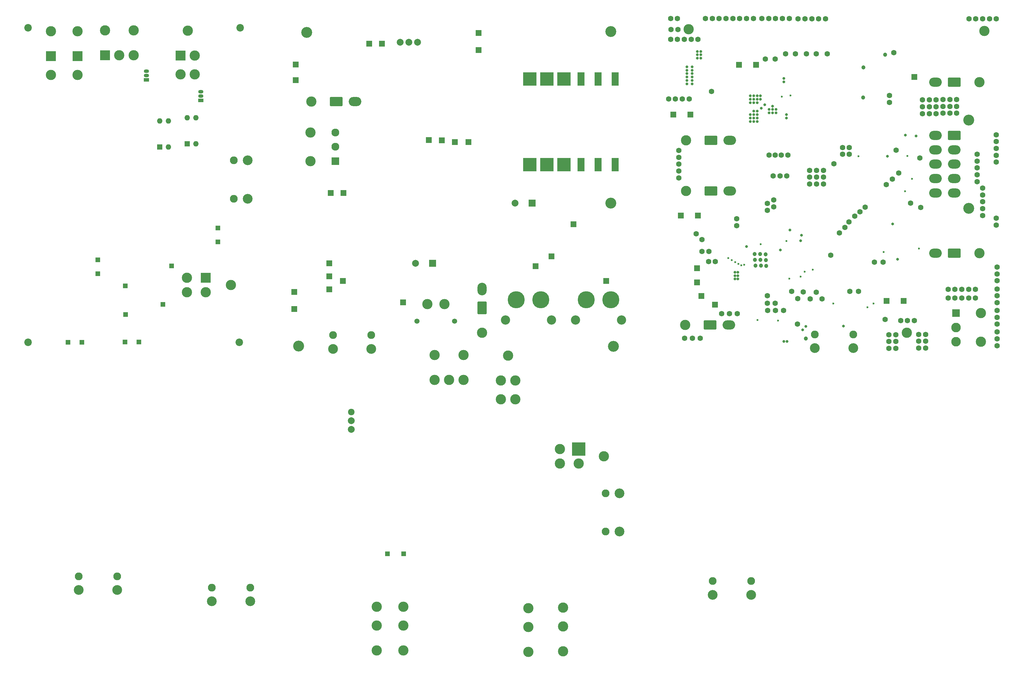
<source format=gbr>
%TF.GenerationSoftware,KiCad,Pcbnew,8.0.0*%
%TF.CreationDate,2024-03-30T18:44:18+01:00*%
%TF.ProjectId,schematic-main _ kopia,73636865-6d61-4746-9963-2d6d61696e20,rev?*%
%TF.SameCoordinates,Original*%
%TF.FileFunction,Soldermask,Bot*%
%TF.FilePolarity,Negative*%
%FSLAX46Y46*%
G04 Gerber Fmt 4.6, Leading zero omitted, Abs format (unit mm)*
G04 Created by KiCad (PCBNEW 8.0.0) date 2024-03-30 18:44:18*
%MOMM*%
%LPD*%
G01*
G04 APERTURE LIST*
G04 Aperture macros list*
%AMRoundRect*
0 Rectangle with rounded corners*
0 $1 Rounding radius*
0 $2 $3 $4 $5 $6 $7 $8 $9 X,Y pos of 4 corners*
0 Add a 4 corners polygon primitive as box body*
4,1,4,$2,$3,$4,$5,$6,$7,$8,$9,$2,$3,0*
0 Add four circle primitives for the rounded corners*
1,1,$1+$1,$2,$3*
1,1,$1+$1,$4,$5*
1,1,$1+$1,$6,$7*
1,1,$1+$1,$8,$9*
0 Add four rect primitives between the rounded corners*
20,1,$1+$1,$2,$3,$4,$5,0*
20,1,$1+$1,$4,$5,$6,$7,0*
20,1,$1+$1,$6,$7,$8,$9,0*
20,1,$1+$1,$8,$9,$2,$3,0*%
G04 Aperture macros list end*
%ADD10C,2.280000*%
%ADD11C,2.850000*%
%ADD12C,3.000000*%
%ADD13C,2.000000*%
%ADD14C,1.920000*%
%ADD15C,3.200000*%
%ADD16R,1.350000X1.350000*%
%ADD17R,4.000000X4.000000*%
%ADD18R,1.600000X1.600000*%
%ADD19O,1.600000X1.600000*%
%ADD20R,3.000000X3.000000*%
%ADD21C,2.200000*%
%ADD22R,1.500000X1.050000*%
%ADD23O,1.500000X1.050000*%
%ADD24R,1.700000X1.700000*%
%ADD25RoundRect,0.250001X1.099999X1.599999X-1.099999X1.599999X-1.099999X-1.599999X1.099999X-1.599999X0*%
%ADD26O,2.700000X3.700000*%
%ADD27R,2.000000X4.000000*%
%ADD28C,1.500000*%
%ADD29R,2.000000X2.000000*%
%ADD30RoundRect,0.250001X1.599999X-1.099999X1.599999X1.099999X-1.599999X1.099999X-1.599999X-1.099999X0*%
%ADD31O,3.700000X2.700000*%
%ADD32R,2.300000X2.300000*%
%ADD33C,2.300000*%
%ADD34C,5.000000*%
%ADD35C,2.700000*%
%ADD36RoundRect,0.250001X-1.599999X1.099999X-1.599999X-1.099999X1.599999X-1.099999X1.599999X1.099999X0*%
%ADD37C,2.800000*%
%ADD38C,0.800000*%
%ADD39C,1.600000*%
%ADD40C,1.200000*%
%ADD41C,0.600000*%
G04 APERTURE END LIST*
D10*
%TO.C,P1*%
X-41020000Y-183900000D03*
D11*
X-41020000Y-187900000D03*
D10*
X-29780000Y-183900000D03*
D11*
X-29780000Y-187900000D03*
%TD*%
D10*
%TO.C,P1*%
X-80020000Y-180600000D03*
D11*
X-80020000Y-184600000D03*
D10*
X-68780000Y-180600000D03*
D11*
X-68780000Y-184600000D03*
%TD*%
D12*
%TO.C,J10*%
X15000000Y-202325000D03*
X15000000Y-195025000D03*
X15000000Y-189525000D03*
%TD*%
%TO.C,J8*%
X51600000Y-202700000D03*
X51600000Y-195400000D03*
X51600000Y-189900000D03*
%TD*%
%TO.C,J4*%
X45634250Y-116021900D03*
X43534250Y-123321900D03*
X47734250Y-123321900D03*
X43534250Y-128821900D03*
X47734250Y-128821900D03*
%TD*%
%TO.C,J9*%
X61750000Y-202578100D03*
X61750000Y-195278100D03*
X61750000Y-189778100D03*
%TD*%
%TO.C,J2*%
X32568500Y-115834800D03*
X24168500Y-115834800D03*
X24168500Y-123134800D03*
X28368500Y-123134800D03*
X32568500Y-123134800D03*
%TD*%
%TO.C,J1*%
X7200000Y-202325000D03*
X7200000Y-195025000D03*
X7200000Y-189525000D03*
%TD*%
D13*
%TO.C,PS1*%
X-218000Y-137615802D03*
X-218000Y-135075802D03*
D14*
X-218000Y-132535802D03*
%TD*%
D15*
%TO.C,H1*%
X-15700000Y-113200000D03*
%TD*%
D16*
%TO.C,TP8*%
X10300000Y-174000000D03*
%TD*%
D12*
%TO.C,J3*%
X73628100Y-145484250D03*
D17*
X66328100Y-143384250D03*
D12*
X66328100Y-147584250D03*
X60828100Y-143384250D03*
X60828100Y-147584250D03*
%TD*%
D10*
%TO.C,P1*%
X74200000Y-167520000D03*
D11*
X78200000Y-167520000D03*
D10*
X74200000Y-156280000D03*
D11*
X78200000Y-156280000D03*
%TD*%
D16*
%TO.C,TP7*%
X15050000Y-174000000D03*
%TD*%
D15*
%TO.C,H4*%
X76500000Y-113300000D03*
%TD*%
D10*
%TO.C,P1*%
X105480000Y-182000000D03*
D11*
X105480000Y-186000000D03*
D10*
X116720000Y-182000000D03*
D11*
X116720000Y-186000000D03*
%TD*%
D18*
%TO.C,U6*%
X-48275000Y-54050000D03*
D19*
X-45735000Y-54050000D03*
X-45735000Y-46430000D03*
X-48275000Y-46430000D03*
%TD*%
D12*
%TO.C,J6*%
X-48115750Y-20921900D03*
D20*
X-50215750Y-28221900D03*
D12*
X-46015750Y-28221900D03*
X-50215750Y-33721900D03*
X-46015750Y-33721900D03*
%TD*%
D10*
%TO.C,P1*%
X-34600000Y-70120000D03*
D11*
X-30600000Y-70120000D03*
D10*
X-34600000Y-58880000D03*
D11*
X-30600000Y-58880000D03*
%TD*%
D16*
%TO.C,TP3*%
X-66450000Y-112000000D03*
%TD*%
%TO.C,TP6*%
X-74400000Y-92025000D03*
%TD*%
D21*
%TO.C,H4*%
X-32800000Y-20100000D03*
%TD*%
%TO.C,H2*%
X-94800000Y-112100000D03*
%TD*%
D18*
%TO.C,U7*%
X-56325000Y-54950000D03*
D19*
X-53785000Y-54950000D03*
X-53785000Y-47330000D03*
X-56325000Y-47330000D03*
%TD*%
D16*
%TO.C,TP1*%
X-83100000Y-112100000D03*
%TD*%
D12*
%TO.C,J4*%
X-80315750Y-21121900D03*
D20*
X-80315750Y-28421900D03*
D12*
X-80315750Y-33921900D03*
%TD*%
D16*
%TO.C,TP4*%
X-62400000Y-112000000D03*
%TD*%
%TO.C,TP2*%
X-79050000Y-112100000D03*
%TD*%
D21*
%TO.C,H3*%
X-33000000Y-112100000D03*
%TD*%
D16*
%TO.C,TP5*%
X-74400000Y-87975000D03*
%TD*%
%TO.C,TP11*%
X-52850000Y-89750000D03*
%TD*%
D12*
%TO.C,J3*%
X-63915750Y-20812900D03*
X-72315750Y-20812900D03*
D20*
X-72315750Y-28112900D03*
D12*
X-68115750Y-28112900D03*
X-63915750Y-28112900D03*
%TD*%
D16*
%TO.C,TP10*%
X-66300000Y-104000000D03*
%TD*%
D21*
%TO.C,H1*%
X-94800000Y-20100000D03*
%TD*%
D12*
%TO.C,J2*%
X-35500000Y-95350000D03*
D20*
X-42800000Y-93250000D03*
D12*
X-42800000Y-97450000D03*
X-48300000Y-93250000D03*
X-48300000Y-97450000D03*
%TD*%
D16*
%TO.C,TP8*%
X-39300000Y-78700000D03*
%TD*%
D22*
%TO.C,Q1*%
X-44290000Y-41320000D03*
D23*
X-44290000Y-40050000D03*
X-44290000Y-38780000D03*
%TD*%
D16*
%TO.C,TP7*%
X-39300000Y-82750000D03*
%TD*%
%TO.C,TP11*%
X-55400000Y-101000000D03*
%TD*%
D22*
%TO.C,Q2*%
X-60200000Y-35350000D03*
D23*
X-60200000Y-34080000D03*
X-60200000Y-32810000D03*
%TD*%
D12*
%TO.C,J1*%
X-88115750Y-21121900D03*
D20*
X-88115750Y-28421900D03*
D12*
X-88115750Y-33921900D03*
%TD*%
D16*
%TO.C,TP9*%
X-66380000Y-95620000D03*
%TD*%
D24*
%TO.C,TP2*%
X-2500000Y-68400000D03*
%TD*%
%TO.C,I/O1*%
X-6700000Y-89000000D03*
%TD*%
%TO.C,TP21*%
X30100000Y-53500000D03*
%TD*%
D12*
%TO.C,J4*%
X38012500Y-109300000D03*
D25*
X38012500Y-102000000D03*
D26*
X38012500Y-96500000D03*
%TD*%
D27*
%TO.C,L3*%
X77000000Y-35100000D03*
X72000000Y-35100000D03*
X67000000Y-35100000D03*
D17*
X62000000Y-35100000D03*
X57000000Y-35100000D03*
X52000000Y-35100000D03*
D27*
X77000000Y-60100000D03*
X72000000Y-60100000D03*
X67000000Y-60100000D03*
D17*
X62000000Y-60100000D03*
X57000000Y-60100000D03*
X52000000Y-60100000D03*
%TD*%
D15*
%TO.C,REF\u002A\u002A*%
X-13300000Y-21400000D03*
%TD*%
D24*
%TO.C,12V*%
X5000000Y-24700000D03*
%TD*%
D28*
%TO.C,J3*%
X30000000Y-105937500D03*
D12*
X27000000Y-100937500D03*
D28*
X19000000Y-105937500D03*
D12*
X22000000Y-100937500D03*
%TD*%
D24*
%TO.C,SC_C*%
X58300000Y-87000000D03*
%TD*%
%TO.C,TP_FC*%
X14900000Y-100400000D03*
%TD*%
%TO.C,I/O2*%
X-6700000Y-92800000D03*
%TD*%
%TO.C,3.3V*%
X-16500000Y-30800000D03*
%TD*%
%TO.C,MC_C*%
X64800000Y-77600000D03*
%TD*%
%TO.C,TP18*%
X26250000Y-53000000D03*
%TD*%
D10*
%TO.C,P1*%
X-5620000Y-110040000D03*
D11*
X-5620000Y-114040000D03*
D10*
X5620000Y-110040000D03*
D11*
X5620000Y-114040000D03*
%TD*%
D29*
%TO.C,C32*%
X23567677Y-89000000D03*
D13*
X18567677Y-89000000D03*
%TD*%
D24*
%TO.C,FC_C*%
X53700000Y-89875000D03*
%TD*%
D12*
%TO.C,J1*%
X-11925000Y-41700000D03*
D30*
X-4625000Y-41700000D03*
D31*
X875000Y-41700000D03*
%TD*%
D24*
%TO.C,TP8*%
X-16500000Y-35400000D03*
%TD*%
%TO.C,TP1*%
X-6300000Y-68400000D03*
%TD*%
D12*
%TO.C,J2*%
X-12187100Y-50715750D03*
X-12187100Y-59115750D03*
D32*
X-4887100Y-59115750D03*
D33*
X-4887100Y-54915750D03*
X-4887100Y-50715750D03*
%TD*%
D15*
%TO.C,REF\u002A\u002A*%
X75700000Y-21200000D03*
%TD*%
D24*
%TO.C,5V*%
X37000000Y-21600000D03*
%TD*%
D34*
%TO.C,J5*%
X55200000Y-99637500D03*
D35*
X58350000Y-105637500D03*
D34*
X48000000Y-99637500D03*
D35*
X44850000Y-105637500D03*
%TD*%
D24*
%TO.C,TP17*%
X22450000Y-52950000D03*
%TD*%
%TO.C,I/O4*%
X-2700000Y-94200000D03*
%TD*%
%TO.C,D_Pot_A*%
X-16900000Y-102400000D03*
%TD*%
%TO.C,D_P_W*%
X-16900000Y-97400000D03*
%TD*%
%TO.C,TP3*%
X8700000Y-24700000D03*
%TD*%
%TO.C,TP22*%
X34000000Y-53500000D03*
%TD*%
D34*
%TO.C,J6*%
X75700000Y-99637500D03*
D35*
X78850000Y-105637500D03*
D34*
X68500000Y-99637500D03*
D35*
X65350000Y-105637500D03*
%TD*%
D24*
%TO.C,TP_SC*%
X74300000Y-94200000D03*
%TD*%
D15*
%TO.C,REF\u002A\u002A*%
X75700000Y-71400000D03*
%TD*%
D13*
%TO.C,PS1*%
X14060000Y-24300000D03*
X16600000Y-24300000D03*
X19140000Y-24300000D03*
%TD*%
D24*
%TO.C,I/O3*%
X-6700000Y-96600000D03*
%TD*%
%TO.C,TP5*%
X37000000Y-26600000D03*
%TD*%
D29*
%TO.C,C45*%
X52667677Y-71400000D03*
D13*
X47667677Y-71400000D03*
%TD*%
D24*
%TO.C,TP9*%
X156400000Y-100000000D03*
%TD*%
D12*
%TO.C,J2*%
X97475000Y-107000000D03*
D30*
X104775000Y-107000000D03*
D31*
X110275000Y-107000000D03*
%TD*%
D24*
%TO.C,TP7*%
X94000000Y-45500000D03*
%TD*%
D12*
%TO.C,J1*%
X183525000Y-36000000D03*
D36*
X176225000Y-36000000D03*
D31*
X170725000Y-36000000D03*
%TD*%
D24*
%TO.C,TP1*%
X100900000Y-90400000D03*
%TD*%
D12*
%TO.C,J4*%
X97700000Y-53000000D03*
D30*
X105000000Y-53000000D03*
D31*
X110500000Y-53000000D03*
%TD*%
D24*
%TO.C,TP8*%
X161400000Y-100000000D03*
%TD*%
%TO.C,TP6*%
X99000000Y-45500000D03*
%TD*%
%TO.C,TP13*%
X106200000Y-101100000D03*
%TD*%
D12*
%TO.C,REF\u002A\u002A*%
X98500000Y-20500000D03*
%TD*%
D24*
%TO.C,TP5*%
X113200000Y-30900000D03*
%TD*%
%TO.C,TP1*%
X164500000Y-34500000D03*
%TD*%
D12*
%TO.C,J5*%
X183525000Y-86000000D03*
D36*
X176225000Y-86000000D03*
D31*
X170725000Y-86000000D03*
%TD*%
D24*
%TO.C,TP4*%
X118200000Y-30900000D03*
%TD*%
D12*
%TO.C,J6*%
X97700000Y-67800000D03*
D30*
X105000000Y-67800000D03*
D31*
X110500000Y-67800000D03*
%TD*%
D24*
%TO.C,TP3*%
X101200000Y-75000000D03*
%TD*%
D12*
%TO.C,REF\u002A\u002A*%
X185000000Y-21000000D03*
%TD*%
D10*
%TO.C,P1*%
X135380000Y-109800000D03*
D11*
X135380000Y-113800000D03*
D10*
X146620000Y-109800000D03*
D11*
X146620000Y-113800000D03*
%TD*%
D12*
%TO.C,J3*%
X183987100Y-111984250D03*
X183987100Y-103584250D03*
D32*
X176687100Y-103584250D03*
D37*
X176687100Y-107784250D03*
X176687100Y-111984250D03*
%TD*%
D15*
%TO.C,J7*%
X180425000Y-47100000D03*
X180425000Y-72900000D03*
D36*
X176225000Y-51600000D03*
D31*
X176225000Y-55800000D03*
X176225000Y-60000000D03*
X176225000Y-64200000D03*
X176225000Y-68400000D03*
X170725000Y-51600000D03*
X170725000Y-55800000D03*
X170725000Y-60000000D03*
X170725000Y-64200000D03*
X170725000Y-68400000D03*
%TD*%
D12*
%TO.C,REF\u002A\u002A*%
X162300000Y-109300000D03*
%TD*%
D24*
%TO.C,TP2*%
X100900000Y-94600000D03*
%TD*%
%TO.C,TP2*%
X96200000Y-75000000D03*
%TD*%
%TO.C,TP12*%
X102200000Y-98600000D03*
%TD*%
D38*
X119700000Y-43600000D03*
X112000000Y-91650000D03*
D39*
X112700000Y-103700000D03*
X115400000Y-17400000D03*
X166900000Y-45200000D03*
X159100000Y-109900000D03*
X136500000Y-17500000D03*
X125900000Y-17400000D03*
X184500000Y-17500000D03*
X182400000Y-96600000D03*
X134000000Y-99400000D03*
X121500000Y-98500000D03*
D40*
X117800000Y-86300000D03*
D39*
X157100000Y-109900000D03*
X111400000Y-17400000D03*
X142600000Y-80100000D03*
X107400000Y-17400000D03*
X93200000Y-23500000D03*
X166900000Y-41200000D03*
X159100000Y-113900000D03*
X182500000Y-17500000D03*
X157200000Y-41900000D03*
X103400000Y-17400000D03*
X182900000Y-61100000D03*
X138500000Y-17500000D03*
X145500000Y-57100000D03*
X94600000Y-40900000D03*
X180500000Y-17500000D03*
X95200000Y-17400000D03*
D38*
X126300000Y-35900000D03*
D39*
X167800000Y-109800000D03*
X180400000Y-99200000D03*
X174900000Y-41100000D03*
X127900000Y-17400000D03*
X143500000Y-55100000D03*
X95600000Y-64000000D03*
X133900000Y-65800000D03*
X112500000Y-76000000D03*
X126200000Y-102800000D03*
X130400000Y-99300000D03*
X105400000Y-17400000D03*
X174400000Y-99200000D03*
X132500000Y-17500000D03*
D38*
X132800000Y-107500000D03*
D39*
X95200000Y-23500000D03*
X148600000Y-73900000D03*
X148200000Y-97200000D03*
X112500000Y-78000000D03*
D38*
X118500000Y-47500000D03*
D39*
X121500000Y-73500000D03*
X188700000Y-96500000D03*
X92600000Y-40900000D03*
X135900000Y-63800000D03*
X188700000Y-109100000D03*
X188700000Y-102800000D03*
X132000000Y-97400000D03*
X123900000Y-102800000D03*
X140018019Y-86597919D03*
X135900000Y-65800000D03*
X178400000Y-96600000D03*
X159200000Y-55900000D03*
X104400000Y-85500000D03*
X137900000Y-63800000D03*
D40*
X121000000Y-86400000D03*
D39*
X188700000Y-94100000D03*
X162500000Y-105800000D03*
D38*
X101000000Y-29000000D03*
D39*
X95600000Y-56000000D03*
D40*
X149600000Y-31700000D03*
D39*
X188700000Y-106800000D03*
D38*
X112000000Y-93550000D03*
D39*
X170900000Y-41200000D03*
D38*
X117500000Y-45500000D03*
D39*
X106300000Y-88500000D03*
X133900000Y-61800000D03*
X188700000Y-100500000D03*
X176400000Y-99200000D03*
X170900000Y-43200000D03*
X135900000Y-61800000D03*
X93300000Y-20600000D03*
X121500000Y-100700000D03*
X101900000Y-110900000D03*
X97300000Y-110900000D03*
X160500000Y-105800000D03*
D40*
X121100000Y-88100000D03*
D39*
X121600000Y-102800000D03*
X147100000Y-75200000D03*
D38*
X118500000Y-44500000D03*
D39*
X182900000Y-59100000D03*
X180400000Y-96600000D03*
D40*
X118000000Y-89700000D03*
X119600000Y-89700000D03*
D39*
X165800000Y-113800000D03*
X157200000Y-39900000D03*
X165800000Y-111800000D03*
X113400000Y-17400000D03*
X158100000Y-64400000D03*
X135800000Y-97500000D03*
X104300000Y-88500000D03*
X142600000Y-80100000D03*
X172900000Y-41100000D03*
X123200000Y-63400000D03*
D38*
X117500000Y-46500000D03*
D39*
X127200000Y-63400000D03*
X188700000Y-113100000D03*
X176900000Y-41100000D03*
X95300000Y-20600000D03*
D40*
X119400000Y-86300000D03*
D39*
X155400000Y-88700000D03*
X98600000Y-40900000D03*
X188700000Y-90100000D03*
D38*
X126300000Y-111900000D03*
X131800000Y-108500000D03*
D39*
X125200000Y-63400000D03*
X134500000Y-17500000D03*
X174900000Y-45100000D03*
D38*
X102000000Y-27000000D03*
D39*
X123800000Y-100700000D03*
X109400000Y-17400000D03*
X184500000Y-75000000D03*
X95600000Y-60000000D03*
X182900000Y-65100000D03*
X158500000Y-27400000D03*
X121500000Y-71500000D03*
X145600000Y-97200000D03*
X165800000Y-109800000D03*
X144175000Y-78525000D03*
X188700000Y-111100000D03*
X186500000Y-17500000D03*
X188700000Y-104800000D03*
X157100000Y-111900000D03*
X137900000Y-65800000D03*
D38*
X118500000Y-45500000D03*
D39*
X184500000Y-71000000D03*
D40*
X121200000Y-89800000D03*
D39*
X172900000Y-43100000D03*
D38*
X120700000Y-42600000D03*
X117500000Y-44500000D03*
D39*
X123900000Y-17400000D03*
D38*
X101000000Y-28000000D03*
X116500000Y-45500000D03*
D39*
X182400000Y-99200000D03*
X123400000Y-72500000D03*
X182900000Y-57100000D03*
X188700000Y-98500000D03*
X168900000Y-45200000D03*
X176900000Y-43100000D03*
D38*
X112900000Y-92650000D03*
D39*
X176400000Y-96600000D03*
X170900000Y-45200000D03*
X128600000Y-97200000D03*
X143500000Y-57100000D03*
D40*
X117900000Y-88000000D03*
D39*
X145500000Y-55100000D03*
X188700000Y-92100000D03*
X123400000Y-70500000D03*
D38*
X101000000Y-27000000D03*
D39*
X102400000Y-85500000D03*
X167800000Y-111800000D03*
D38*
X112900000Y-91650000D03*
D40*
X119500000Y-88000000D03*
D39*
X182900000Y-63100000D03*
X159900000Y-62600000D03*
X101200000Y-23500000D03*
D38*
X102000000Y-29000000D03*
D39*
X168900000Y-41200000D03*
D38*
X117500000Y-47500000D03*
D39*
X130500000Y-17500000D03*
X184500000Y-73000000D03*
X110400000Y-103700000D03*
D38*
X116500000Y-47500000D03*
D39*
X145400000Y-76900000D03*
D38*
X112000000Y-92650000D03*
D39*
X96600000Y-40900000D03*
X150100000Y-72600000D03*
X137900000Y-61800000D03*
D38*
X127300000Y-111900000D03*
D39*
X178400000Y-99200000D03*
D38*
X112900000Y-93550000D03*
D39*
X172900000Y-45100000D03*
D38*
X118500000Y-46500000D03*
X102000000Y-28000000D03*
D39*
X174400000Y-96600000D03*
X99200000Y-23500000D03*
X119900000Y-17400000D03*
X121900000Y-17400000D03*
X166900000Y-43200000D03*
X152800000Y-88700000D03*
X159100000Y-111900000D03*
X157100000Y-113900000D03*
X184500000Y-67000000D03*
X117400000Y-17400000D03*
X168900000Y-43200000D03*
X95600000Y-58000000D03*
D38*
X126300000Y-34900000D03*
D39*
X99600000Y-110900000D03*
X137500000Y-99400000D03*
X97200000Y-23500000D03*
X133900000Y-63800000D03*
X108100000Y-103700000D03*
D38*
X116500000Y-46500000D03*
D39*
X156300000Y-66000000D03*
X167800000Y-113800000D03*
X184500000Y-69000000D03*
X188500000Y-17500000D03*
X93200000Y-17400000D03*
X174900000Y-43100000D03*
X164500000Y-105800000D03*
X176900000Y-45100000D03*
X95600000Y-62000000D03*
X188500000Y-75800000D03*
X188500000Y-77800000D03*
X188500000Y-57400000D03*
X135800000Y-27700000D03*
X188500000Y-55400000D03*
X139000000Y-27700000D03*
X129700000Y-27700000D03*
X123800000Y-29200000D03*
X188500000Y-59400000D03*
X188500000Y-53400000D03*
X188500000Y-51400000D03*
X132900000Y-27700000D03*
X126800000Y-27700000D03*
X120900000Y-29200000D03*
D38*
X99500000Y-34500000D03*
X99500000Y-35500000D03*
X99500000Y-31500000D03*
X99500000Y-36500000D03*
X98000000Y-33500000D03*
X98000000Y-31500000D03*
X98000000Y-32500000D03*
X98000000Y-36500000D03*
X99500000Y-33500000D03*
X98000000Y-34500000D03*
X99500000Y-32500000D03*
X98000000Y-35500000D03*
D39*
X166140105Y-58193309D03*
D38*
X115407107Y-84107107D03*
D39*
X163400000Y-71400000D03*
X141000000Y-59900000D03*
D41*
X140800000Y-100800000D03*
D39*
X125600000Y-57300000D03*
X122000000Y-57300000D03*
D41*
X152600000Y-100800000D03*
D39*
X127500000Y-57300000D03*
X130300000Y-106800000D03*
X102400000Y-82100000D03*
D38*
X128100000Y-79300000D03*
D39*
X123800000Y-57300000D03*
X100700000Y-80400000D03*
X156000000Y-105400000D03*
D38*
X159600000Y-87800000D03*
D41*
X127900000Y-93500000D03*
X111100000Y-88100000D03*
X124600000Y-105800000D03*
X118600000Y-105600000D03*
X110100000Y-87500000D03*
D38*
X117500000Y-42000000D03*
X117500000Y-41000000D03*
X118500000Y-41000000D03*
X119500000Y-40000000D03*
X116500000Y-42000000D03*
X117500000Y-40000000D03*
X116500000Y-41000000D03*
X119500000Y-41000000D03*
X116500000Y-40000000D03*
X118500000Y-40000000D03*
X118500000Y-42000000D03*
X123000000Y-45000000D03*
X122000000Y-45000000D03*
X122000000Y-44000000D03*
X127100000Y-46500000D03*
X127100000Y-45500000D03*
X123000000Y-44000000D03*
X123000000Y-43000000D03*
X124000000Y-45000000D03*
X124000000Y-44000000D03*
D41*
X128250000Y-39900000D03*
X125743108Y-40256892D03*
D40*
X149500000Y-40500000D03*
X156000000Y-28000000D03*
D41*
X112100000Y-88700000D03*
X150800000Y-101900000D03*
X119514320Y-83414320D03*
X127100000Y-82500000D03*
D38*
X131500000Y-80800000D03*
D41*
X131200000Y-92900000D03*
D38*
X158200000Y-77500000D03*
X165050000Y-51750000D03*
D41*
X113000000Y-89200000D03*
X162438000Y-57600000D03*
X113850000Y-89600000D03*
D38*
X161900000Y-51500000D03*
D41*
X114765774Y-89465774D03*
D38*
X156600000Y-57700000D03*
D39*
X166400000Y-72700000D03*
D38*
X125300000Y-85100000D03*
X131200000Y-82400000D03*
D41*
X132450000Y-91500000D03*
X161800000Y-67900000D03*
X134800000Y-90900000D03*
X163800000Y-64300000D03*
X155500000Y-85700000D03*
X165900000Y-84700000D03*
X148200000Y-57700000D03*
D38*
X143800000Y-107400000D03*
D40*
X132800000Y-111000000D03*
D39*
X105150000Y-38750000D03*
M02*

</source>
